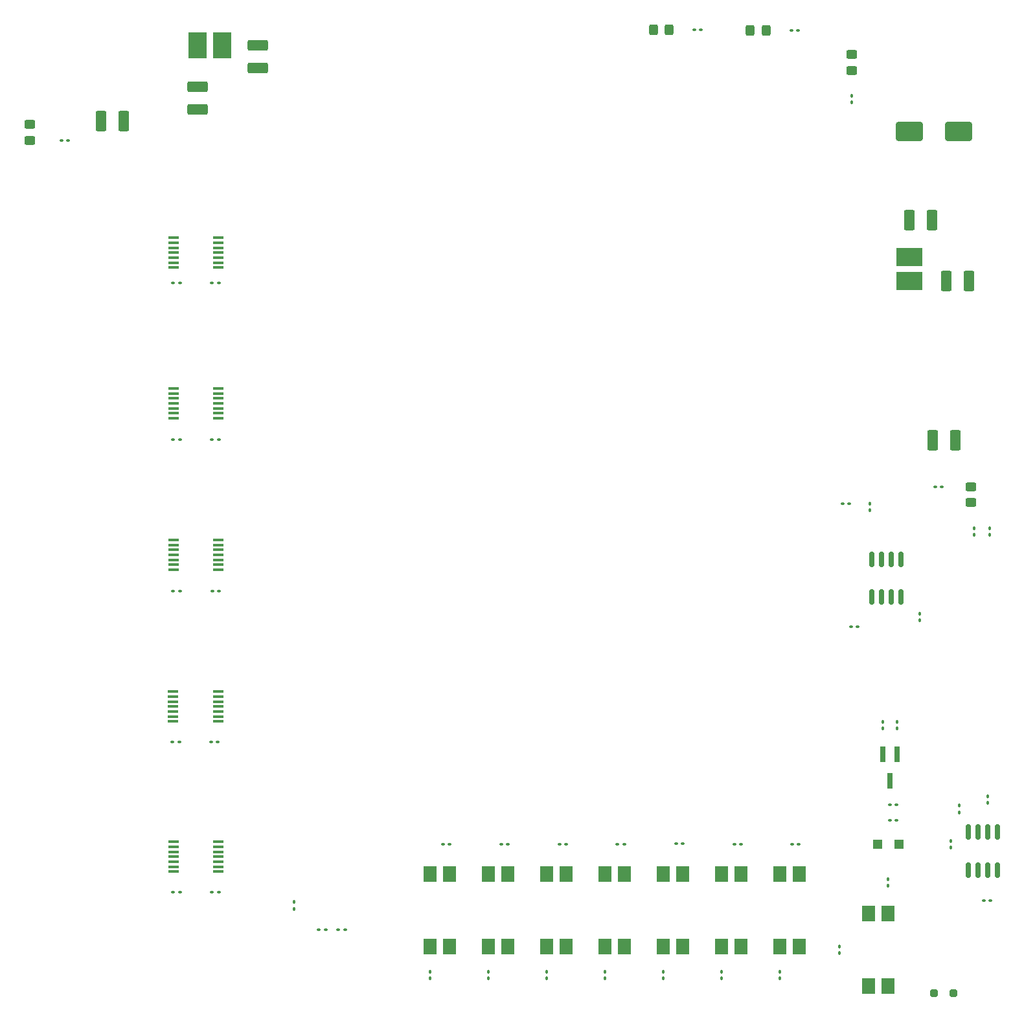
<source format=gbr>
%TF.GenerationSoftware,KiCad,Pcbnew,7.0.8*%
%TF.CreationDate,2023-12-10T21:55:32+01:00*%
%TF.ProjectId,stm_bob,73746d5f-626f-4622-9e6b-696361645f70,rev?*%
%TF.SameCoordinates,Original*%
%TF.FileFunction,Paste,Top*%
%TF.FilePolarity,Positive*%
%FSLAX46Y46*%
G04 Gerber Fmt 4.6, Leading zero omitted, Abs format (unit mm)*
G04 Created by KiCad (PCBNEW 7.0.8) date 2023-12-10 21:55:32*
%MOMM*%
%LPD*%
G01*
G04 APERTURE LIST*
G04 Aperture macros list*
%AMRoundRect*
0 Rectangle with rounded corners*
0 $1 Rounding radius*
0 $2 $3 $4 $5 $6 $7 $8 $9 X,Y pos of 4 corners*
0 Add a 4 corners polygon primitive as box body*
4,1,4,$2,$3,$4,$5,$6,$7,$8,$9,$2,$3,0*
0 Add four circle primitives for the rounded corners*
1,1,$1+$1,$2,$3*
1,1,$1+$1,$4,$5*
1,1,$1+$1,$6,$7*
1,1,$1+$1,$8,$9*
0 Add four rect primitives between the rounded corners*
20,1,$1+$1,$2,$3,$4,$5,0*
20,1,$1+$1,$4,$5,$6,$7,0*
20,1,$1+$1,$6,$7,$8,$9,0*
20,1,$1+$1,$8,$9,$2,$3,0*%
G04 Aperture macros list end*
%ADD10R,0.650000X2.000000*%
%ADD11RoundRect,0.150000X0.150000X-0.825000X0.150000X0.825000X-0.150000X0.825000X-0.150000X-0.825000X0*%
%ADD12RoundRect,0.250000X-0.250000X-0.250000X0.250000X-0.250000X0.250000X0.250000X-0.250000X0.250000X0*%
%ADD13R,1.780000X2.000000*%
%ADD14RoundRect,0.090000X-0.139000X-0.090000X0.139000X-0.090000X0.139000X0.090000X-0.139000X0.090000X0*%
%ADD15R,1.409700X0.355600*%
%ADD16RoundRect,0.250000X0.450000X-0.325000X0.450000X0.325000X-0.450000X0.325000X-0.450000X-0.325000X0*%
%ADD17RoundRect,0.090000X0.139000X0.090000X-0.139000X0.090000X-0.139000X-0.090000X0.139000X-0.090000X0*%
%ADD18RoundRect,0.090000X0.090000X-0.139000X0.090000X0.139000X-0.090000X0.139000X-0.090000X-0.139000X0*%
%ADD19R,2.438400X3.505200*%
%ADD20R,3.505200X2.438400*%
%ADD21RoundRect,0.250001X-0.462499X-1.074999X0.462499X-1.074999X0.462499X1.074999X-0.462499X1.074999X0*%
%ADD22RoundRect,0.250001X-1.074999X0.462499X-1.074999X-0.462499X1.074999X-0.462499X1.074999X0.462499X0*%
%ADD23RoundRect,0.250000X-1.500000X-1.000000X1.500000X-1.000000X1.500000X1.000000X-1.500000X1.000000X0*%
%ADD24RoundRect,0.090000X-0.090000X0.139000X-0.090000X-0.139000X0.090000X-0.139000X0.090000X0.139000X0*%
%ADD25RoundRect,0.250000X-0.450000X0.325000X-0.450000X-0.325000X0.450000X-0.325000X0.450000X0.325000X0*%
%ADD26RoundRect,0.250000X-0.325000X-0.450000X0.325000X-0.450000X0.325000X0.450000X-0.325000X0.450000X0*%
%ADD27RoundRect,0.150000X-0.150000X0.825000X-0.150000X-0.825000X0.150000X-0.825000X0.150000X0.825000X0*%
%ADD28R,1.200000X1.200000*%
G04 APERTURE END LIST*
D10*
%TO.C,Q1*%
X144519028Y-128475423D03*
X142619028Y-128475423D03*
X143569028Y-131895423D03*
%TD*%
D11*
%TO.C,U8*%
X153797000Y-143572000D03*
X155067000Y-143572000D03*
X156337000Y-143572000D03*
X157607000Y-143572000D03*
X157607000Y-138622000D03*
X156337000Y-138622000D03*
X155067000Y-138622000D03*
X153797000Y-138622000D03*
%TD*%
D12*
%TO.C,D1*%
X149352000Y-159639000D03*
X151852000Y-159639000D03*
%TD*%
D13*
%TO.C,U1*%
X91059700Y-153609000D03*
X93599700Y-153609000D03*
X93599700Y-144079000D03*
X91059700Y-144079000D03*
%TD*%
D14*
%TO.C,R15*%
X137362500Y-95631000D03*
X138227500Y-95631000D03*
%TD*%
%TO.C,C11*%
X49859500Y-87249000D03*
X50724500Y-87249000D03*
%TD*%
D15*
%TO.C,UAxisA1*%
X55784750Y-64795400D03*
X55784750Y-64145414D03*
X55784750Y-63495428D03*
X55784750Y-62845442D03*
X55784750Y-62195456D03*
X55784750Y-61545470D03*
X55784750Y-60895484D03*
X49879250Y-60895484D03*
X49879250Y-61545470D03*
X49879250Y-62195456D03*
X49879250Y-62845442D03*
X49879250Y-63495428D03*
X49879250Y-64145414D03*
X49879250Y-64795400D03*
%TD*%
D16*
%TO.C,D4*%
X154178000Y-95513000D03*
X154178000Y-93463000D03*
%TD*%
D17*
%TO.C,R29*%
X118872000Y-33655000D03*
X118007000Y-33655000D03*
%TD*%
D18*
%TO.C,R1*%
X91059700Y-157734000D03*
X91059700Y-156869000D03*
%TD*%
D14*
%TO.C,C13*%
X49859500Y-146431000D03*
X50724500Y-146431000D03*
%TD*%
D18*
%TO.C,R19*%
X144505117Y-125029223D03*
X144505117Y-124164223D03*
%TD*%
D19*
%TO.C,L1*%
X56235600Y-35712400D03*
X53086000Y-35712400D03*
%TD*%
D17*
%TO.C,R12*%
X124079700Y-140208000D03*
X123214700Y-140208000D03*
%TD*%
%TO.C,C8*%
X55677500Y-126822000D03*
X54812500Y-126822000D03*
%TD*%
D13*
%TO.C,U2*%
X106299700Y-153609000D03*
X108839700Y-153609000D03*
X108839700Y-144079000D03*
X106299700Y-144079000D03*
%TD*%
D17*
%TO.C,R32*%
X69774500Y-151384000D03*
X68909500Y-151384000D03*
%TD*%
D20*
%TO.C,L2*%
X146063700Y-63381250D03*
X146063700Y-66530850D03*
%TD*%
D15*
%TO.C,Uy1Axis1*%
X55784750Y-104311958D03*
X55784750Y-103661972D03*
X55784750Y-103011986D03*
X55784750Y-102362000D03*
X55784750Y-101712014D03*
X55784750Y-101062028D03*
X55784750Y-100412042D03*
X49879250Y-100412042D03*
X49879250Y-101062028D03*
X49879250Y-101712014D03*
X49879250Y-102362000D03*
X49879250Y-103011986D03*
X49879250Y-103661972D03*
X49879250Y-104311958D03*
%TD*%
D21*
%TO.C,C2*%
X40459000Y-45629500D03*
X43434000Y-45629500D03*
%TD*%
D22*
%TO.C,C15*%
X53086000Y-41148000D03*
X53086000Y-44123000D03*
%TD*%
D17*
%TO.C,R30*%
X131572000Y-33782000D03*
X130707000Y-33782000D03*
%TD*%
D18*
%TO.C,R5*%
X98672548Y-157722425D03*
X98672548Y-156857425D03*
%TD*%
%TO.C,C3*%
X147447000Y-110922500D03*
X147447000Y-110057500D03*
%TD*%
D14*
%TO.C,R16*%
X138468017Y-111760000D03*
X139333017Y-111760000D03*
%TD*%
D18*
%TO.C,R9*%
X113919700Y-157734000D03*
X113919700Y-156869000D03*
%TD*%
D17*
%TO.C,C4*%
X55804500Y-66802000D03*
X54939500Y-66802000D03*
%TD*%
D18*
%TO.C,R24*%
X151511000Y-140640500D03*
X151511000Y-139775500D03*
%TD*%
D23*
%TO.C,C20*%
X146064900Y-46990000D03*
X152564900Y-46990000D03*
%TD*%
D14*
%TO.C,C14*%
X143532965Y-137062628D03*
X144397965Y-137062628D03*
%TD*%
D18*
%TO.C,R7*%
X83439700Y-157734000D03*
X83439700Y-156869000D03*
%TD*%
D17*
%TO.C,R26*%
X36119500Y-48133000D03*
X35254500Y-48133000D03*
%TD*%
D13*
%TO.C,U4*%
X83439700Y-153609000D03*
X85979700Y-153609000D03*
X85979700Y-144079000D03*
X83439700Y-144079000D03*
%TD*%
D18*
%TO.C,R22*%
X136950750Y-154447000D03*
X136950750Y-153582000D03*
%TD*%
D24*
%TO.C,C1*%
X140970000Y-95655000D03*
X140970000Y-96520000D03*
%TD*%
D13*
%TO.C,U6*%
X121539700Y-153609000D03*
X124079700Y-153609000D03*
X124079700Y-144079000D03*
X121539700Y-144079000D03*
%TD*%
D25*
%TO.C,D5*%
X138557000Y-36948000D03*
X138557000Y-38998000D03*
%TD*%
D26*
%TO.C,D7*%
X125306500Y-33782000D03*
X127356500Y-33782000D03*
%TD*%
D17*
%TO.C,R8*%
X85979700Y-140208000D03*
X85114700Y-140208000D03*
%TD*%
D18*
%TO.C,R11*%
X121539700Y-157734000D03*
X121539700Y-156869000D03*
%TD*%
D21*
%TO.C,C19*%
X149171000Y-87401400D03*
X152146000Y-87401400D03*
%TD*%
D26*
%TO.C,D6*%
X112624000Y-33655000D03*
X114674000Y-33655000D03*
%TD*%
D21*
%TO.C,C17*%
X150889700Y-66530850D03*
X153864700Y-66530850D03*
%TD*%
D14*
%TO.C,R27*%
X149454000Y-93472000D03*
X150319000Y-93472000D03*
%TD*%
D17*
%TO.C,R2*%
X93599700Y-140208000D03*
X92734700Y-140208000D03*
%TD*%
D18*
%TO.C,C21*%
X152654000Y-136017000D03*
X152654000Y-135152000D03*
%TD*%
D24*
%TO.C,R34*%
X156591000Y-98881500D03*
X156591000Y-99746500D03*
%TD*%
D17*
%TO.C,C6*%
X55833747Y-107062666D03*
X54968747Y-107062666D03*
%TD*%
D18*
%TO.C,R13*%
X129159700Y-157734000D03*
X129159700Y-156869000D03*
%TD*%
D17*
%TO.C,R25*%
X156694000Y-147574000D03*
X155829000Y-147574000D03*
%TD*%
D15*
%TO.C,UxAxis1*%
X55784750Y-84499958D03*
X55784750Y-83849972D03*
X55784750Y-83199986D03*
X55784750Y-82550000D03*
X55784750Y-81900014D03*
X55784750Y-81250028D03*
X55784750Y-80600042D03*
X49879250Y-80600042D03*
X49879250Y-81250028D03*
X49879250Y-81900014D03*
X49879250Y-82550000D03*
X49879250Y-83199986D03*
X49879250Y-83849972D03*
X49879250Y-84499958D03*
%TD*%
D24*
%TO.C,R21*%
X143300750Y-144767500D03*
X143300750Y-145632500D03*
%TD*%
D14*
%TO.C,R31*%
X71449500Y-151384000D03*
X72314500Y-151384000D03*
%TD*%
D17*
%TO.C,C10*%
X55804500Y-87249000D03*
X54939500Y-87249000D03*
%TD*%
D13*
%TO.C,U3*%
X98679700Y-153609000D03*
X101219700Y-153609000D03*
X101219700Y-144079000D03*
X98679700Y-144079000D03*
%TD*%
D21*
%TO.C,C16*%
X146100200Y-58606050D03*
X149075200Y-58606050D03*
%TD*%
D14*
%TO.C,C9*%
X49784000Y-126822000D03*
X50649000Y-126822000D03*
%TD*%
D25*
%TO.C,D3*%
X31115000Y-46092000D03*
X31115000Y-48142000D03*
%TD*%
D17*
%TO.C,C12*%
X55804500Y-146431000D03*
X54939500Y-146431000D03*
%TD*%
%TO.C,R14*%
X131648900Y-140208000D03*
X130783900Y-140208000D03*
%TD*%
D13*
%TO.C,U5*%
X113919700Y-153609000D03*
X116459700Y-153609000D03*
X116459700Y-144079000D03*
X113919700Y-144079000D03*
%TD*%
%TO.C,U10*%
X143300750Y-149249500D03*
X140760750Y-149249500D03*
X140760750Y-158779500D03*
X143300750Y-158779500D03*
%TD*%
%TO.C,U7*%
X129159700Y-153609000D03*
X131699700Y-153609000D03*
X131699700Y-144079000D03*
X129159700Y-144079000D03*
%TD*%
D27*
%TO.C,U9*%
X144996517Y-102953882D03*
X143726517Y-102953882D03*
X142456517Y-102953882D03*
X141186517Y-102953882D03*
X141186517Y-107903882D03*
X142456517Y-107903882D03*
X143726517Y-107903882D03*
X144996517Y-107903882D03*
%TD*%
D15*
%TO.C,Uy2Axis1*%
X55752300Y-124149358D03*
X55752300Y-123499372D03*
X55752300Y-122849386D03*
X55752300Y-122199400D03*
X55752300Y-121549414D03*
X55752300Y-120899428D03*
X55752300Y-120249442D03*
X49846800Y-120249442D03*
X49846800Y-120899428D03*
X49846800Y-121549414D03*
X49846800Y-122199400D03*
X49846800Y-122849386D03*
X49846800Y-123499372D03*
X49846800Y-124149358D03*
%TD*%
D22*
%TO.C,C18*%
X60960000Y-35723500D03*
X60960000Y-38698500D03*
%TD*%
D17*
%TO.C,R10*%
X116459700Y-140157200D03*
X115594700Y-140157200D03*
%TD*%
%TO.C,R18*%
X144397965Y-135058628D03*
X143532965Y-135058628D03*
%TD*%
D18*
%TO.C,R3*%
X106299700Y-157734000D03*
X106299700Y-156869000D03*
%TD*%
D24*
%TO.C,R17*%
X65659000Y-147776500D03*
X65659000Y-148641500D03*
%TD*%
%TO.C,R33*%
X154559000Y-98881500D03*
X154559000Y-99746500D03*
%TD*%
D14*
%TO.C,C5*%
X49859500Y-66802000D03*
X50724500Y-66802000D03*
%TD*%
D24*
%TO.C,R23*%
X156337000Y-133933500D03*
X156337000Y-134798500D03*
%TD*%
D17*
%TO.C,R6*%
X101219700Y-140208000D03*
X100354700Y-140208000D03*
%TD*%
D14*
%TO.C,C7*%
X49859500Y-107086400D03*
X50724500Y-107086400D03*
%TD*%
D18*
%TO.C,R28*%
X138557000Y-43156000D03*
X138557000Y-42291000D03*
%TD*%
%TO.C,R20*%
X142621000Y-125029223D03*
X142621000Y-124164223D03*
%TD*%
D15*
%TO.C,UzAxis1*%
X55784750Y-143789400D03*
X55784750Y-143139414D03*
X55784750Y-142489428D03*
X55784750Y-141839442D03*
X55784750Y-141189456D03*
X55784750Y-140539470D03*
X55784750Y-139889484D03*
X49879250Y-139889484D03*
X49879250Y-140539470D03*
X49879250Y-141189456D03*
X49879250Y-141839442D03*
X49879250Y-142489428D03*
X49879250Y-143139414D03*
X49879250Y-143789400D03*
%TD*%
D28*
%TO.C,D2*%
X144783000Y-140208000D03*
X141983000Y-140208000D03*
%TD*%
D17*
%TO.C,R4*%
X108813600Y-140208000D03*
X107948600Y-140208000D03*
%TD*%
M02*

</source>
